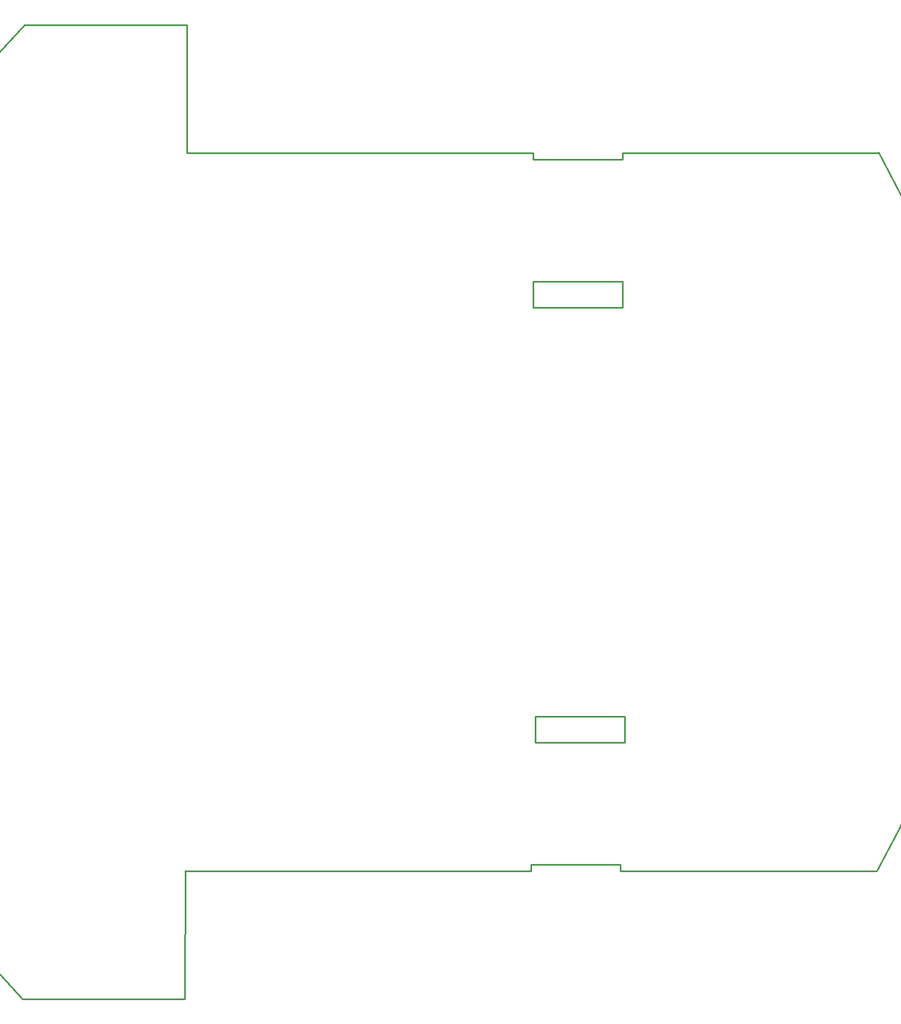
<source format=gko>
G04 Layer: BoardOutlineLayer*
G04 EasyEDA v6.5.23, 2023-06-02 23:10:04*
G04 4089ee163aa04224b388df8e3d9972f5,38d8b063065d407b859bfb9f5f9b4720,10*
G04 Gerber Generator version 0.2*
G04 Scale: 100 percent, Rotated: No, Reflected: No *
G04 Dimensions in millimeters *
G04 leading zeros omitted , absolute positions ,4 integer and 5 decimal *
%FSLAX45Y45*%
%MOMM*%

%ADD10C,0.2540*%
D10*
X8214197Y-1993900D02*
G01*
X12214209Y-1994631D01*
X8181502Y-13208000D02*
G01*
X12181492Y-13207987D01*
X1409997Y-1993996D02*
G01*
X6807497Y-1993996D01*
X-1125997Y0D02*
G01*
X1409700Y0D01*
X-1166997Y-15201968D02*
G01*
X1369301Y-15201968D01*
X1383997Y-13201972D02*
G01*
X1369489Y-15201917D01*
X1409700Y0D02*
G01*
X1409700Y-1993900D01*
X1384300Y-13208000D02*
G01*
X6784502Y-13208000D01*
X6784502Y-13208000D02*
G01*
X6784502Y-13108000D01*
X6784502Y-13106400D02*
G01*
X8181101Y-13106400D01*
X8181502Y-13208000D02*
G01*
X8181502Y-13108000D01*
X6817197Y-2095500D02*
G01*
X8213796Y-2095500D01*
X8214197Y-2095500D02*
G01*
X8214197Y-1995500D01*
X6817197Y-2095500D02*
G01*
X6817197Y-1995500D01*
G75*
G01*
X-1126752Y-1156D02*
G03*
X-1166896Y-15201870I7863268J-7621176D01*
G75*
G01*
X12192000Y-13208000D02*
G03*
X12219892Y-1995368I-9846543J5630844D01*
X6817197Y-4000500D02*
G01*
X8214197Y-4000500D01*
X8214197Y-4000500D02*
G01*
X8214197Y-4406900D01*
X8214197Y-4406900D02*
G01*
X6817197Y-4406900D01*
X6817197Y-4406900D02*
G01*
X6817197Y-4000500D01*
X8245002Y-11201400D02*
G01*
X6848002Y-11201400D01*
X6848002Y-11201400D02*
G01*
X6848002Y-10795000D01*
X6848002Y-10795000D02*
G01*
X8245002Y-10795000D01*
X8245002Y-10795000D02*
G01*
X8245002Y-11201400D01*

%LPD*%
M02*

</source>
